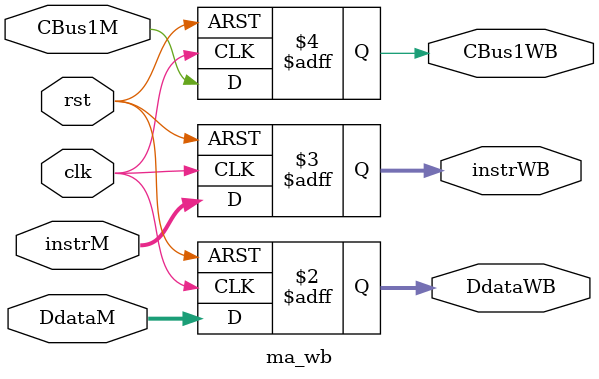
<source format=v>
module if_id (clk,rst,PCF,instrF,FlushD,StallD,PCD,instrD);
input clk,rst,StallD,FlushD;
input [31:0] PCF,instrF;
output reg [31:0] PCD,instrD;

always@(posedge clk or posedge rst)
begin
  if(rst|FlushD) begin
    PCD<=32'd0;
    instrD<=32'd0;
  end
  else if(~StallD) begin
    PCD<=PCF;
    instrD<=instrF;
  end
end
endmodule


module id_ex(clk,rst,FlushE,PCD,Rdata1D,Rdata2D,instrD,CBusD,PCE,Rdata1E,Rdata2E,instrE,CBusE);    //,ImmSrcD,RegWEn,MemWEn,ASrc,BSrc,DdataSel,Branch,Jump/*,PCSrc*/,BrU,BrT,ALUopT);
  input clk,rst,FlushE;
  input [31:0] PCD,Rdata1D,Rdata2D,instrD;
  input [17:0] CBusD;
  output reg [31:0] PCE,Rdata1E,Rdata2E,instrE;
  output reg [17:0] CBusE;

  always@(posedge clk or posedge rst)
  begin
    if (rst|FlushE) begin
      PCE<=32'd0;
      Rdata1E<=32'd0;
      Rdata2E<=32'd0;
      instrE<=32'd0;
      CBusE<=18'd0;
    end
    else begin
      PCE<=PCD;
      Rdata1E<=Rdata1D;
      Rdata2E<=Rdata2D;
      instrE<=instrD;
      CBusE<=CBusD;
    end
  end
endmodule

module ex_ma(clk,rst,PCE,ResultE,Rdata2E,instrE,CBus4E,PCM,ResultM,Rdata2M,instrM,CBus4M);
input clk, rst;
input [31:0] PCE,ResultE,Rdata2E,instrE;
input [8:5] CBus4E;
output reg [31:0] PCM,ResultM,Rdata2M,instrM;
output reg [8:5] CBus4M;

always@(posedge clk or posedge rst)
  begin
    if (rst) begin
      PCM<=32'd0;
      ResultM<=32'd0;
      Rdata2M<=32'd0;
      instrM<=32'd0;
      CBus4M<=4'd0;
    end
    else begin
      PCM<=PCE;
      ResultM<=ResultE;
      Rdata2M<=Rdata2E;
      instrM<=instrE;
      CBus4M<=CBus4E;
    end
  end
endmodule

module ma_wb(clk,rst,DdataM,instrM,CBus1M,DdataWB,instrWB,CBus1WB);
input clk,rst;
input CBus1M;
input [31:0] DdataM,instrM;
output reg [31:0] DdataWB,instrWB;
output reg CBus1WB;

always@(posedge clk or posedge rst)
  begin
    if (rst) begin
      DdataWB<=32'd0;
      instrWB<=32'd0;
      CBus1WB<=1'b0;
    end
    else begin
      DdataWB<=DdataM;
      instrWB<=instrM;
      CBus1WB<=CBus1M;
    end
  end
endmodule
</source>
